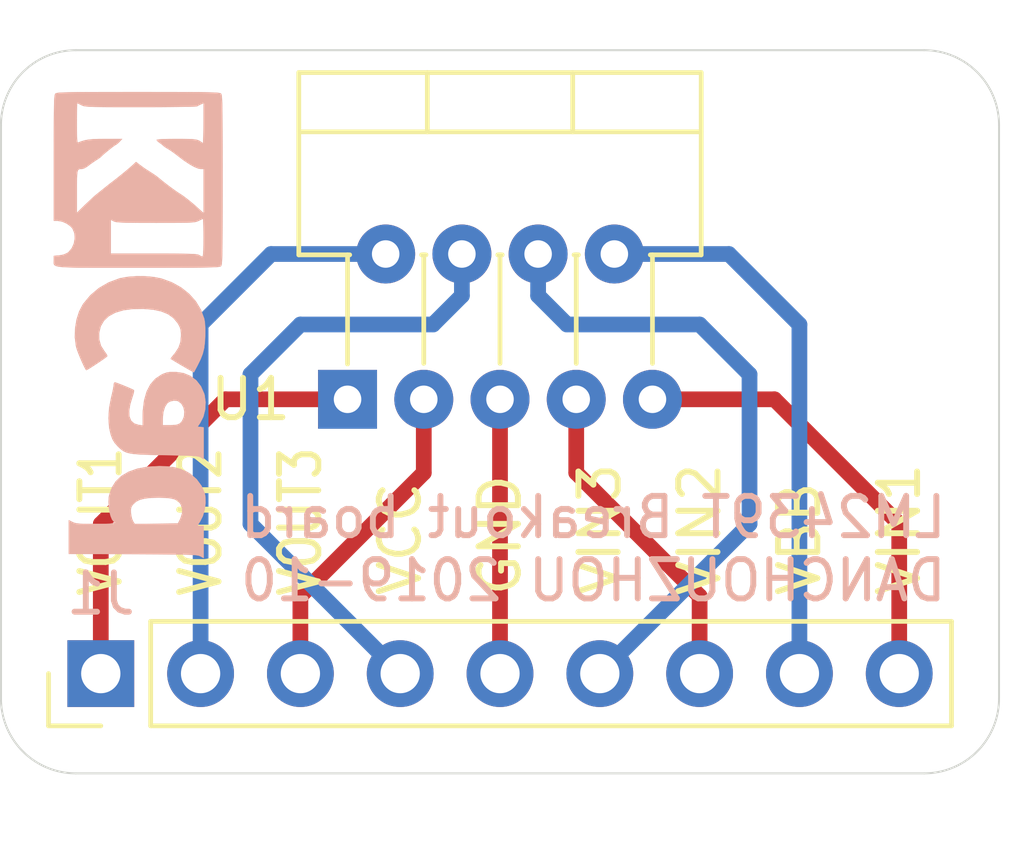
<source format=kicad_pcb>
(kicad_pcb (version 20171130) (host pcbnew "(5.1.2)-1")

  (general
    (thickness 1.6)
    (drawings 18)
    (tracks 31)
    (zones 0)
    (modules 3)
    (nets 10)
  )

  (page A4)
  (layers
    (0 F.Cu signal)
    (31 B.Cu signal)
    (32 B.Adhes user)
    (33 F.Adhes user)
    (34 B.Paste user)
    (35 F.Paste user)
    (36 B.SilkS user)
    (37 F.SilkS user)
    (38 B.Mask user)
    (39 F.Mask user)
    (40 Dwgs.User user)
    (41 Cmts.User user)
    (42 Eco1.User user)
    (43 Eco2.User user)
    (44 Edge.Cuts user)
    (45 Margin user)
    (46 B.CrtYd user)
    (47 F.CrtYd user)
    (48 B.Fab user)
    (49 F.Fab user)
  )

  (setup
    (last_trace_width 0.4)
    (trace_clearance 0.25)
    (zone_clearance 0.508)
    (zone_45_only no)
    (trace_min 0.127)
    (via_size 0.8)
    (via_drill 0.4)
    (via_min_size 0.4)
    (via_min_drill 0.3)
    (uvia_size 0.3)
    (uvia_drill 0.1)
    (uvias_allowed no)
    (uvia_min_size 0.2)
    (uvia_min_drill 0.1)
    (edge_width 0.05)
    (segment_width 0.2)
    (pcb_text_width 0.3)
    (pcb_text_size 1.5 1.5)
    (mod_edge_width 0.12)
    (mod_text_size 1 1)
    (mod_text_width 0.15)
    (pad_size 1.524 1.524)
    (pad_drill 0.762)
    (pad_to_mask_clearance 0.051)
    (solder_mask_min_width 0.25)
    (aux_axis_origin 0 0)
    (visible_elements 7FFFFF7F)
    (pcbplotparams
      (layerselection 0x010fc_ffffffff)
      (usegerberextensions false)
      (usegerberattributes false)
      (usegerberadvancedattributes false)
      (creategerberjobfile false)
      (excludeedgelayer true)
      (linewidth 0.100000)
      (plotframeref false)
      (viasonmask false)
      (mode 1)
      (useauxorigin false)
      (hpglpennumber 1)
      (hpglpenspeed 20)
      (hpglpendiameter 15.000000)
      (psnegative false)
      (psa4output false)
      (plotreference true)
      (plotvalue true)
      (plotinvisibletext false)
      (padsonsilk false)
      (subtractmaskfromsilk false)
      (outputformat 1)
      (mirror false)
      (drillshape 1)
      (scaleselection 1)
      (outputdirectory ""))
  )

  (net 0 "")
  (net 1 "Net-(J1-Pad1)")
  (net 2 "Net-(J1-Pad2)")
  (net 3 "Net-(J1-Pad3)")
  (net 4 "Net-(J1-Pad4)")
  (net 5 "Net-(J1-Pad5)")
  (net 6 "Net-(J1-Pad6)")
  (net 7 "Net-(J1-Pad7)")
  (net 8 "Net-(J1-Pad8)")
  (net 9 "Net-(J1-Pad9)")

  (net_class Default "This is the default net class."
    (clearance 0.25)
    (trace_width 0.4)
    (via_dia 0.8)
    (via_drill 0.4)
    (uvia_dia 0.3)
    (uvia_drill 0.1)
    (add_net "Net-(J1-Pad1)")
    (add_net "Net-(J1-Pad2)")
    (add_net "Net-(J1-Pad3)")
    (add_net "Net-(J1-Pad4)")
    (add_net "Net-(J1-Pad5)")
    (add_net "Net-(J1-Pad6)")
    (add_net "Net-(J1-Pad7)")
    (add_net "Net-(J1-Pad8)")
    (add_net "Net-(J1-Pad9)")
  )

  (module Symbol:Symbol_KiCAD-Logo_CopperAndSilkScreenTop (layer B.Cu) (tedit 0) (tstamp 5DAF0ED7)
    (at 0.762 -8.89 270)
    (descr "Symbol, KiCAD-Logo, Silk & Copper Top,")
    (tags "Symbol, KiCAD-Logo, Silk & Copper Top,")
    (attr virtual)
    (fp_text reference REF** (at 0 0 270) (layer B.SilkS) hide
      (effects (font (size 1.524 1.524) (thickness 0.3)) (justify mirror))
    )
    (fp_text value "KiCAD Logo" (at 0.75 0 270) (layer B.SilkS) hide
      (effects (font (size 1.524 1.524) (thickness 0.3)) (justify mirror))
    )
    (fp_poly (pts (xy 5.847464 -0.05715) (xy 5.849006 -0.387052) (xy 5.850566 -0.669981) (xy 5.852261 -0.909761)
      (xy 5.854208 -1.110219) (xy 5.856523 -1.275181) (xy 5.859322 -1.408472) (xy 5.862724 -1.513918)
      (xy 5.866844 -1.595345) (xy 5.871799 -1.65658) (xy 5.877707 -1.701447) (xy 5.884683 -1.733774)
      (xy 5.892845 -1.757385) (xy 5.899802 -1.77165) (xy 5.944904 -1.8542) (xy 5.1308 -1.8542)
      (xy 5.1308 -1.778) (xy 5.127441 -1.724452) (xy 5.119351 -1.701804) (xy 5.119227 -1.7018)
      (xy 5.093109 -1.714784) (xy 5.040726 -1.747537) (xy 5.013903 -1.765421) (xy 4.881603 -1.832647)
      (xy 4.721937 -1.879589) (xy 4.553022 -1.903338) (xy 4.392977 -1.900984) (xy 4.2926 -1.881247)
      (xy 4.108538 -1.799939) (xy 3.94341 -1.6782) (xy 3.808517 -1.52551) (xy 3.747155 -1.423694)
      (xy 3.679731 -1.266029) (xy 3.635855 -1.099951) (xy 3.612714 -0.911403) (xy 3.607241 -0.724913)
      (xy 3.608002 -0.7112) (xy 4.408136 -0.7112) (xy 4.412634 -0.886895) (xy 4.426249 -1.020414)
      (xy 4.451477 -1.119949) (xy 4.490812 -1.193691) (xy 4.546751 -1.249831) (xy 4.579016 -1.27217)
      (xy 4.685421 -1.310164) (xy 4.811144 -1.307176) (xy 4.946203 -1.263728) (xy 4.970499 -1.251773)
      (xy 5.0673 -1.201557) (xy 5.074142 -0.652487) (xy 5.080985 -0.103416) (xy 5.013891 -0.059454)
      (xy 4.95036 -0.032707) (xy 4.860668 -0.012044) (xy 4.802633 -0.005065) (xy 4.714255 -0.00197)
      (xy 4.655291 -0.012095) (xy 4.604985 -0.040683) (xy 4.578927 -0.061568) (xy 4.511583 -0.135167)
      (xy 4.462664 -0.230737) (xy 4.430341 -0.355234) (xy 4.412787 -0.515611) (xy 4.408136 -0.7112)
      (xy 3.608002 -0.7112) (xy 3.623675 -0.428965) (xy 3.671542 -0.169134) (xy 3.750171 0.053491)
      (xy 3.858889 0.23782) (xy 3.997025 0.382763) (xy 4.163906 0.487232) (xy 4.35886 0.550136)
      (xy 4.39817 0.557165) (xy 4.513703 0.565425) (xy 4.641063 0.558571) (xy 4.767661 0.539148)
      (xy 4.880912 0.509701) (xy 4.968228 0.472775) (xy 5.016262 0.432185) (xy 5.037127 0.407718)
      (xy 5.05317 0.412808) (xy 5.064925 0.451343) (xy 5.072924 0.527212) (xy 5.077702 0.644299)
      (xy 5.079793 0.806494) (xy 5.08 0.89633) (xy 5.079477 1.070427) (xy 5.077469 1.201783)
      (xy 5.073311 1.29845) (xy 5.066343 1.368481) (xy 5.055901 1.419927) (xy 5.041322 1.460842)
      (xy 5.031938 1.48053) (xy 4.983876 1.5748) (xy 5.840228 1.5748) (xy 5.847464 -0.05715)) (layer B.SilkS) (width 0.01))
    (fp_poly (pts (xy 2.62762 0.547641) (xy 2.803576 0.507736) (xy 2.922513 0.463105) (xy 3.015098 0.407222)
      (xy 3.097779 0.33364) (xy 3.150917 0.278812) (xy 3.194396 0.227171) (xy 3.229291 0.173008)
      (xy 3.256676 0.110613) (xy 3.277624 0.034277) (xy 3.293209 -0.06171) (xy 3.304504 -0.183058)
      (xy 3.312585 -0.335475) (xy 3.318523 -0.52467) (xy 3.323394 -0.756355) (xy 3.325549 -0.877477)
      (xy 3.329807 -1.109434) (xy 3.33393 -1.296051) (xy 3.338276 -1.442785) (xy 3.343203 -1.555095)
      (xy 3.349068 -1.638437) (xy 3.356231 -1.698269) (xy 3.365049 -1.740049) (xy 3.37588 -1.769234)
      (xy 3.385135 -1.785527) (xy 3.430171 -1.8542) (xy 2.619418 -1.8542) (xy 2.6035 -1.700698)
      (xy 2.504102 -1.768483) (xy 2.347946 -1.847254) (xy 2.167092 -1.893178) (xy 1.977295 -1.904137)
      (xy 1.794309 -1.878011) (xy 1.760834 -1.868436) (xy 1.574429 -1.786112) (xy 1.42352 -1.668585)
      (xy 1.310652 -1.519321) (xy 1.238375 -1.341786) (xy 1.209235 -1.139443) (xy 1.208788 -1.1176)
      (xy 1.209452 -1.088545) (xy 1.937707 -1.088545) (xy 1.941963 -1.177884) (xy 1.95209 -1.208502)
      (xy 2.014779 -1.289089) (xy 2.109723 -1.343481) (xy 2.223327 -1.367352) (xy 2.341996 -1.356378)
      (xy 2.379596 -1.344508) (xy 2.466783 -1.302968) (xy 2.522424 -1.250366) (xy 2.552894 -1.17528)
      (xy 2.564566 -1.066289) (xy 2.5654 -1.011572) (xy 2.5654 -0.8128) (xy 2.399484 -0.8128)
      (xy 2.235747 -0.827824) (xy 2.097128 -0.870733) (xy 2.001676 -0.931555) (xy 1.959069 -0.998298)
      (xy 1.937707 -1.088545) (xy 1.209452 -1.088545) (xy 1.211403 -1.003273) (xy 1.225051 -0.915974)
      (xy 1.25455 -0.832311) (xy 1.277882 -0.782215) (xy 1.382223 -0.625636) (xy 1.526604 -0.499758)
      (xy 1.710369 -0.404878) (xy 1.932862 -0.341291) (xy 2.193426 -0.309295) (xy 2.333794 -0.305241)
      (xy 2.572088 -0.3048) (xy 2.558196 -0.201228) (xy 2.522262 -0.08796) (xy 2.450344 -0.009507)
      (xy 2.343724 0.033837) (xy 2.203687 0.041777) (xy 2.031516 0.01402) (xy 1.854509 -0.040144)
      (xy 1.770051 -0.067413) (xy 1.705058 -0.082373) (xy 1.673195 -0.081908) (xy 1.672862 -0.081589)
      (xy 1.655276 -0.049872) (xy 1.62518 0.016088) (xy 1.587902 0.103255) (xy 1.548773 0.198596)
      (xy 1.513122 0.289075) (xy 1.48628 0.36166) (xy 1.473575 0.403315) (xy 1.4732 0.406698)
      (xy 1.49499 0.425383) (xy 1.538447 0.4318) (xy 1.590031 0.437963) (xy 1.67685 0.454576)
      (xy 1.785103 0.478825) (xy 1.862297 0.497827) (xy 2.128096 0.54864) (xy 2.386776 0.565282)
      (xy 2.62762 0.547641)) (layer B.SilkS) (width 0.01))
    (fp_poly (pts (xy 0.544676 1.393659) (xy 0.585911 1.383857) (xy 0.656879 1.361171) (xy 0.752173 1.325037)
      (xy 0.859521 1.280813) (xy 0.966653 1.233853) (xy 1.061298 1.189513) (xy 1.131185 1.153149)
      (xy 1.162064 1.132402) (xy 1.152374 1.109418) (xy 1.120036 1.054492) (xy 1.071464 0.977349)
      (xy 1.013074 0.887712) (xy 0.951281 0.795305) (xy 0.892502 0.709849) (xy 0.843152 0.64107)
      (xy 0.810677 0.599841) (xy 0.782236 0.602376) (xy 0.730081 0.632665) (xy 0.686407 0.666688)
      (xy 0.541298 0.758774) (xy 0.376487 0.804441) (xy 0.218098 0.805716) (xy 0.047398 0.765098)
      (xy -0.096741 0.681873) (xy -0.213755 0.557075) (xy -0.303081 0.39174) (xy -0.364157 0.186903)
      (xy -0.396419 -0.056401) (xy -0.399574 -0.3302) (xy -0.378133 -0.577826) (xy -0.333016 -0.783741)
      (xy -0.26237 -0.952105) (xy -0.164343 -1.08708) (xy -0.037083 -1.192826) (xy -0.007421 -1.211151)
      (xy 0.069773 -1.251415) (xy 0.141238 -1.272876) (xy 0.229027 -1.280676) (xy 0.2921 -1.281009)
      (xy 0.451817 -1.265354) (xy 0.590547 -1.217392) (xy 0.724625 -1.130613) (xy 0.774846 -1.088663)
      (xy 0.829092 -1.044162) (xy 0.865414 -1.020225) (xy 0.873055 -1.018969) (xy 0.895216 -1.052288)
      (xy 0.934498 -1.116333) (xy 0.98523 -1.201348) (xy 1.041743 -1.297575) (xy 1.098366 -1.395257)
      (xy 1.149431 -1.484636) (xy 1.189265 -1.555956) (xy 1.212201 -1.59946) (xy 1.215453 -1.60818)
      (xy 1.190218 -1.621554) (xy 1.132344 -1.652253) (xy 1.054062 -1.693786) (xy 1.049457 -1.69623)
      (xy 0.887147 -1.776612) (xy 0.744212 -1.831928) (xy 0.602272 -1.866986) (xy 0.442947 -1.886593)
      (xy 0.2921 -1.89434) (xy 0.099285 -1.895569) (xy -0.05275 -1.886113) (xy -0.143564 -1.870565)
      (xy -0.375799 -1.785718) (xy -0.588841 -1.656718) (xy -0.778634 -1.487906) (xy -0.941122 -1.283623)
      (xy -1.072248 -1.048209) (xy -1.167956 -0.786005) (xy -1.172452 -0.769632) (xy -1.20875 -0.583026)
      (xy -1.227655 -0.36892) (xy -1.229177 -0.145257) (xy -1.213331 0.070018) (xy -1.180128 0.25896)
      (xy -1.171703 0.290956) (xy -1.069939 0.564565) (xy -0.927268 0.810532) (xy -0.746196 1.025347)
      (xy -0.52923 1.205505) (xy -0.508 1.219918) (xy -0.330356 1.312496) (xy -0.122302 1.378252)
      (xy 0.102198 1.415093) (xy 0.329178 1.420927) (xy 0.544676 1.393659)) (layer B.SilkS) (width 0.01))
    (fp_poly (pts (xy -2.044059 2.27404) (xy -1.926455 2.207605) (xy -1.832977 2.104955) (xy -1.789188 2.018876)
      (xy -1.758578 1.880386) (xy -1.767679 1.742409) (xy -1.815027 1.620916) (xy -1.827412 1.60215)
      (xy -1.917851 1.514592) (xy -2.036729 1.454447) (xy -2.169667 1.424582) (xy -2.302287 1.427866)
      (xy -2.42021 1.467168) (xy -2.440994 1.479756) (xy -2.523263 1.558606) (xy -2.591086 1.66723)
      (xy -2.633253 1.784705) (xy -2.6416 1.854201) (xy -2.622326 1.963425) (xy -2.57181 2.07789)
      (xy -2.501018 2.176842) (xy -2.445358 2.225705) (xy -2.313139 2.286124) (xy -2.176163 2.301224)
      (xy -2.044059 2.27404)) (layer B.Mask) (width 0.01))
    (fp_poly (pts (xy -1.8034 -0.592045) (xy -1.803179 -0.863528) (xy -1.802417 -1.088618) (xy -1.800974 -1.271721)
      (xy -1.798706 -1.41724) (xy -1.795469 -1.529583) (xy -1.791122 -1.613155) (xy -1.78552 -1.672359)
      (xy -1.778522 -1.711603) (xy -1.769984 -1.735292) (xy -1.766108 -1.741395) (xy -1.739822 -1.778943)
      (xy -1.729109 -1.807085) (xy -1.73929 -1.827174) (xy -1.775688 -1.840563) (xy -1.843624 -1.848605)
      (xy -1.948422 -1.852653) (xy -2.095402 -1.85406) (xy -2.2098 -1.8542) (xy -2.360082 -1.853515)
      (xy -2.491273 -1.851608) (xy -2.595573 -1.848702) (xy -2.665181 -1.845017) (xy -2.692295 -1.840776)
      (xy -2.6924 -1.840488) (xy -2.681845 -1.811454) (xy -2.655274 -1.754509) (xy -2.6416 -1.7272)
      (xy -2.628734 -1.69976) (xy -2.618241 -1.669394) (xy -2.60988 -1.63092) (xy -2.603409 -1.579155)
      (xy -2.598589 -1.508918) (xy -2.595178 -1.415027) (xy -2.592935 -1.292301) (xy -2.591619 -1.135559)
      (xy -2.59099 -0.939617) (xy -2.590805 -0.699296) (xy -2.5908 -0.63475) (xy -2.591053 -0.377269)
      (xy -2.591929 -0.165749) (xy -2.593604 0.004649) (xy -2.596252 0.138762) (xy -2.60005 0.241429)
      (xy -2.605173 0.317487) (xy -2.611797 0.371774) (xy -2.620097 0.409128) (xy -2.629553 0.433062)
      (xy -2.668305 0.508) (xy -1.8034 0.508) (xy -1.8034 -0.592045)) (layer B.Mask) (width 0.01))
    (fp_poly (pts (xy -3.386253 1.3716) (xy -2.840941 1.3716) (xy -3.039721 1.170213) (xy -3.369429 0.807309)
      (xy -3.583849 0.533185) (xy -3.662297 0.4296) (xy -3.756856 0.309471) (xy -3.85695 0.185798)
      (xy -3.952002 0.071581) (xy -4.031434 -0.020181) (xy -4.056532 -0.04776) (xy -4.137964 -0.135212)
      (xy -4.068006 -0.226356) (xy -3.932564 -0.415604) (xy -3.845022 -0.55505) (xy -3.790152 -0.637286)
      (xy -3.728876 -0.716612) (xy -3.723727 -0.722607) (xy -3.654778 -0.805581) (xy -3.574253 -0.908137)
      (xy -3.491058 -1.018288) (xy -3.414098 -1.124047) (xy -3.352281 -1.213425) (xy -3.316624 -1.270547)
      (xy -3.281543 -1.323596) (xy -3.223014 -1.402062) (xy -3.15118 -1.493252) (xy -3.076185 -1.584472)
      (xy -3.008172 -1.663032) (xy -2.9718 -1.70202) (xy -2.947911 -1.728081) (xy -2.905637 -1.775406)
      (xy -2.897523 -1.78457) (xy -2.835945 -1.8542) (xy -3.9624 -1.8542) (xy -3.9624 -1.775923)
      (xy -3.979163 -1.699395) (xy -4.026393 -1.594149) (xy -4.099507 -1.468239) (xy -4.193919 -1.329716)
      (xy -4.281458 -1.215533) (xy -4.352732 -1.123313) (xy -4.418053 -1.032269) (xy -4.465223 -0.959535)
      (xy -4.471329 -0.948833) (xy -4.511371 -0.882434) (xy -4.546658 -0.834284) (xy -4.555301 -0.8255)
      (xy -4.589862 -0.786816) (xy -4.630085 -0.73025) (xy -4.667774 -0.682093) (xy -4.698285 -0.660487)
      (xy -4.699586 -0.6604) (xy -4.708462 -0.685091) (xy -4.715582 -0.756381) (xy -4.720736 -0.870092)
      (xy -4.723717 -1.022044) (xy -4.7244 -1.156961) (xy -4.723716 -1.336263) (xy -4.721305 -1.47227)
      (xy -4.716625 -1.572475) (xy -4.709137 -1.644369) (xy -4.698302 -1.695443) (xy -4.683579 -1.733188)
      (xy -4.682756 -1.734811) (xy -4.647283 -1.794491) (xy -4.615777 -1.832618) (xy -4.612906 -1.834761)
      (xy -4.628403 -1.840323) (xy -4.687753 -1.845262) (xy -4.784014 -1.849312) (xy -4.910241 -1.852207)
      (xy -5.059489 -1.853682) (xy -5.111206 -1.853811) (xy -5.637711 -1.8542) (xy -5.608032 -1.78435)
      (xy -5.579859 -1.725758) (xy -5.557776 -1.69037) (xy -5.553943 -1.661142) (xy -5.550343 -1.585781)
      (xy -5.547041 -1.468951) (xy -5.544104 -1.315317) (xy -5.541601 -1.129546) (xy -5.539596 -0.916302)
      (xy -5.538158 -0.680251) (xy -5.537353 -0.426059) (xy -5.537201 -0.25429) (xy -5.537259 0.049689)
      (xy -5.53753 0.307088) (xy -5.538154 0.522126) (xy -5.539274 0.699022) (xy -5.541031 0.841996)
      (xy -5.543567 0.955267) (xy -5.547024 1.043055) (xy -5.551543 1.109579) (xy -5.557267 1.159059)
      (xy -5.564338 1.195714) (xy -5.572896 1.223763) (xy -5.583084 1.247426) (xy -5.588001 1.257301)
      (xy -5.618756 1.319131) (xy -5.63681 1.35834) (xy -5.638801 1.364271) (xy -5.614665 1.366493)
      (xy -5.547312 1.368444) (xy -5.444328 1.370016) (xy -5.313294 1.371099) (xy -5.161795 1.371585)
      (xy -5.128083 1.3716) (xy -4.95494 1.371336) (xy -4.826371 1.370169) (xy -4.736154 1.367536)
      (xy -4.678063 1.362877) (xy -4.645876 1.355628) (xy -4.633368 1.345228) (xy -4.634314 1.331115)
      (xy -4.635836 1.32715) (xy -4.669195 1.238327) (xy -4.693261 1.149819) (xy -4.70942 1.050859)
      (xy -4.719058 0.930679) (xy -4.72356 0.778512) (xy -4.7244 0.638912) (xy -4.724401 0.219096)
      (xy -4.648201 0.2921) (xy -4.600587 0.342443) (xy -4.574006 0.379722) (xy -4.572 0.386517)
      (xy -4.556863 0.41245) (xy -4.517372 0.465872) (xy -4.462412 0.535855) (xy -4.400868 0.611471)
      (xy -4.341623 0.681791) (xy -4.293561 0.735886) (xy -4.266761 0.762) (xy -4.244439 0.789266)
      (xy -4.206064 0.84537) (xy -4.178198 0.889) (xy -4.119995 0.976702) (xy -4.057049 1.063302)
      (xy -4.034701 1.091638) (xy -3.989987 1.158264) (xy -3.964592 1.219357) (xy -3.9624 1.23561)
      (xy -3.961878 1.279323) (xy -3.956209 1.312498) (xy -3.939238 1.336588) (xy -3.904811 1.353045)
      (xy -3.846774 1.363323) (xy -3.758972 1.368873) (xy -3.63525 1.371149) (xy -3.469455 1.371604)
      (xy -3.386253 1.3716)) (layer B.Mask) (width 0.01))
    (fp_poly (pts (xy -1.548637 1.957301) (xy -1.526845 1.950024) (xy -1.508414 1.93358) (xy -1.493065 1.904803)
      (xy -1.480519 1.860526) (xy -1.470495 1.797582) (xy -1.462717 1.712806) (xy -1.456904 1.603029)
      (xy -1.452777 1.465086) (xy -1.450057 1.295809) (xy -1.448465 1.092032) (xy -1.447723 0.850589)
      (xy -1.44755 0.568313) (xy -1.447668 0.242036) (xy -1.447797 -0.131407) (xy -1.4478 -0.1905)
      (xy -1.447878 -0.565884) (xy -1.448151 -0.893711) (xy -1.448682 -1.177221) (xy -1.449531 -1.419658)
      (xy -1.45076 -1.624261) (xy -1.452431 -1.794274) (xy -1.454605 -1.932939) (xy -1.457343 -2.043496)
      (xy -1.460708 -2.129188) (xy -1.464759 -2.193257) (xy -1.469559 -2.238944) (xy -1.475169 -2.269492)
      (xy -1.481651 -2.288141) (xy -1.487715 -2.296885) (xy -1.498791 -2.303992) (xy -1.518999 -2.310213)
      (xy -1.55151 -2.315606) (xy -1.599497 -2.320229) (xy -1.666133 -2.32414) (xy -1.75459 -2.327396)
      (xy -1.86804 -2.330056) (xy -2.009656 -2.332175) (xy -2.18261 -2.333813) (xy -2.390076 -2.335028)
      (xy -2.635224 -2.335876) (xy -2.921229 -2.336415) (xy -3.251261 -2.336703) (xy -3.628495 -2.336798)
      (xy -3.683001 -2.3368) (xy -4.066824 -2.336726) (xy -4.40302 -2.336467) (xy -4.694761 -2.335965)
      (xy -4.945219 -2.335162) (xy -5.157568 -2.334) (xy -5.334979 -2.332422) (xy -5.480625 -2.330371)
      (xy -5.597678 -2.327787) (xy -5.689312 -2.324615) (xy -5.758697 -2.320795) (xy -5.809008 -2.316271)
      (xy -5.843416 -2.310985) (xy -5.865093 -2.304879) (xy -5.877213 -2.297895) (xy -5.878286 -2.296885)
      (xy -5.885535 -2.285627) (xy -5.891862 -2.265152) (xy -5.897328 -2.232219) (xy -5.901994 -2.183586)
      (xy -5.905922 -2.116011) (xy -5.909174 -2.026252) (xy -5.91181 -1.911068) (xy -5.913893 -1.767217)
      (xy -5.915483 -1.591456) (xy -5.916642 -1.380544) (xy -5.917432 -1.131239) (xy -5.917914 -0.8403)
      (xy -5.918149 -0.504484) (xy -5.9182 -0.1905) (xy -5.918123 0.184885) (xy -5.91785 0.512712)
      (xy -5.917319 0.796222) (xy -5.91647 1.038659) (xy -5.915241 1.243262) (xy -5.914052 1.364271)
      (xy -5.638801 1.364271) (xy -5.628363 1.339362) (xy -5.602056 1.285156) (xy -5.588001 1.257301)
      (xy -5.577068 1.234226) (xy -5.567826 1.20858) (xy -5.560133 1.176141) (xy -5.553848 1.132692)
      (xy -5.548828 1.074012) (xy -5.544932 0.995883) (xy -5.542017 0.894083) (xy -5.539943 0.764395)
      (xy -5.538566 0.602599) (xy -5.537746 0.404475) (xy -5.537341 0.165803) (xy -5.537209 -0.117635)
      (xy -5.537201 -0.25429) (xy -5.537561 -0.517726) (xy -5.538598 -0.766037) (xy -5.540244 -0.994556)
      (xy -5.542432 -1.198618) (xy -5.545097 -1.373558) (xy -5.54817 -1.514711) (xy -5.551585 -1.61741)
      (xy -5.555276 -1.676991) (xy -5.557776 -1.69037) (xy -5.5822 -1.730136) (xy -5.608032 -1.78435)
      (xy -5.637711 -1.8542) (xy -5.111206 -1.853811) (xy -4.956033 -1.852849) (xy -4.82165 -1.850381)
      (xy -4.715001 -1.846674) (xy -4.64303 -1.841992) (xy -4.612681 -1.8366) (xy -4.612906 -1.834761)
      (xy -4.642855 -1.800826) (xy -4.678668 -1.742626) (xy -4.682756 -1.734811) (xy -4.697682 -1.697521)
      (xy -4.708693 -1.647267) (xy -4.716331 -1.576556) (xy -4.721134 -1.477898) (xy -4.723644 -1.3438)
      (xy -4.724399 -1.166772) (xy -4.7244 -1.156961) (xy -4.723167 -0.979347) (xy -4.719604 -0.836876)
      (xy -4.713922 -0.733727) (xy -4.706328 -0.674078) (xy -4.699586 -0.6604) (xy -4.670086 -0.67977)
      (xy -4.632359 -0.726744) (xy -4.630085 -0.73025) (xy -4.589507 -0.787268) (xy -4.555301 -0.8255)
      (xy -4.524853 -0.862632) (xy -4.484917 -0.924966) (xy -4.471329 -0.948833) (xy -4.42918 -1.01593)
      (xy -4.366473 -1.10472) (xy -4.295408 -1.198064) (xy -4.281458 -1.215533) (xy -4.173339 -1.358344)
      (xy -4.082862 -1.494967) (xy -4.014611 -1.617349) (xy -3.973169 -1.71744) (xy -3.9624 -1.775923)
      (xy -3.9624 -1.8542) (xy -2.835945 -1.8542) (xy -2.848071 -1.840488) (xy -2.6924 -1.840488)
      (xy -2.668301 -1.844757) (xy -2.601204 -1.848485) (xy -2.498911 -1.851448) (xy -2.369222 -1.853426)
      (xy -2.219939 -1.854196) (xy -2.2098 -1.8542) (xy -2.033033 -1.853408) (xy -1.901899 -1.850806)
      (xy -1.811253 -1.846056) (xy -1.75595 -1.838818) (xy -1.730844 -1.828752) (xy -1.728008 -1.82245)
      (xy -1.742962 -1.778554) (xy -1.766108 -1.741395) (xy -1.775302 -1.722692) (xy -1.782898 -1.690195)
      (xy -1.789041 -1.639498) (xy -1.793873 -1.566196) (xy -1.797536 -1.465883) (xy -1.800174 -1.334154)
      (xy -1.80193 -1.166604) (xy -1.802947 -0.958827) (xy -1.803367 -0.706418) (xy -1.8034 -0.592045)
      (xy -1.8034 0.508) (xy -2.668305 0.508) (xy -2.629553 0.433062) (xy -2.619522 0.407185)
      (xy -2.611333 0.368908) (xy -2.604808 0.313393) (xy -2.599774 0.235803) (xy -2.596053 0.1313)
      (xy -2.593471 -0.004954) (xy -2.591852 -0.177797) (xy -2.591021 -0.392067) (xy -2.5908 -0.63475)
      (xy -2.590914 -0.88644) (xy -2.591415 -1.092511) (xy -2.592545 -1.258147) (xy -2.594545 -1.388527)
      (xy -2.597655 -1.488835) (xy -2.602117 -1.564251) (xy -2.608171 -1.619957) (xy -2.616059 -1.661135)
      (xy -2.626021 -1.692967) (xy -2.638299 -1.720635) (xy -2.6416 -1.7272) (xy -2.67251 -1.790636)
      (xy -2.69052 -1.83311) (xy -2.6924 -1.840488) (xy -2.848071 -1.840488) (xy -2.897523 -1.78457)
      (xy -2.941445 -1.735266) (xy -2.969627 -1.70429) (xy -2.9718 -1.70202) (xy -3.029555 -1.638905)
      (xy -3.101037 -1.554689) (xy -3.176103 -1.462065) (xy -3.244609 -1.373725) (xy -3.296412 -1.302361)
      (xy -3.316624 -1.270547) (xy -3.356845 -1.206584) (xy -3.420338 -1.115299) (xy -3.498196 -1.00868)
      (xy -3.581513 -0.898715) (xy -3.661383 -0.79739) (xy -3.723727 -0.722607) (xy -3.784171 -0.645548)
      (xy -3.840841 -0.561943) (xy -3.845022 -0.55505) (xy -3.972363 -0.356936) (xy -4.068006 -0.226356)
      (xy -4.137964 -0.135212) (xy -4.056532 -0.04776) (xy -3.98634 0.031339) (xy -3.896285 0.138108)
      (xy -3.796943 0.259549) (xy -3.698893 0.382661) (xy -3.612711 0.494445) (xy -3.583849 0.533185)
      (xy -3.279059 0.913108) (xy -3.039721 1.170213) (xy -2.840941 1.3716) (xy -3.386253 1.3716)
      (xy -3.57145 1.371477) (xy -3.712002 1.370139) (xy -3.814063 1.366133) (xy -3.883788 1.358007)
      (xy -3.927331 1.344309) (xy -3.950847 1.323584) (xy -3.960489 1.294382) (xy -3.962414 1.255249)
      (xy -3.9624 1.23561) (xy -3.977988 1.182158) (xy -4.017059 1.114879) (xy -4.034701 1.091638)
      (xy -4.093348 1.014332) (xy -4.15611 0.923414) (xy -4.178198 0.889) (xy -4.221448 0.822236)
      (xy -4.255088 0.775069) (xy -4.266761 0.762) (xy -4.296555 0.732661) (xy -4.345755 0.676982)
      (xy -4.405478 0.605892) (xy -4.466838 0.530319) (xy -4.520953 0.461192) (xy -4.558937 0.409439)
      (xy -4.572 0.386517) (xy -4.588818 0.357026) (xy -4.630854 0.309283) (xy -4.648201 0.2921)
      (xy -4.724401 0.219096) (xy -4.7244 0.638912) (xy -4.722807 0.821698) (xy -4.717105 0.964524)
      (xy -4.705907 1.07816) (xy -4.687828 1.173371) (xy -4.661482 1.260925) (xy -4.635836 1.32715)
      (xy -4.632606 1.342229) (xy -4.641351 1.353462) (xy -4.668295 1.361409) (xy -4.719662 1.366633)
      (xy -4.801676 1.369697) (xy -4.920561 1.371162) (xy -5.08254 1.37159) (xy -5.128083 1.3716)
      (xy -5.282917 1.371254) (xy -5.418878 1.370288) (xy -5.528383 1.36881) (xy -5.603849 1.366929)
      (xy -5.637692 1.364755) (xy -5.638801 1.364271) (xy -5.914052 1.364271) (xy -5.91357 1.413275)
      (xy -5.911396 1.55194) (xy -5.908658 1.662497) (xy -5.905293 1.748189) (xy -5.901242 1.812258)
      (xy -5.896442 1.857945) (xy -5.890832 1.888493) (xy -5.88435 1.907142) (xy -5.878286 1.915886)
      (xy -5.865822 1.924066) (xy -5.843563 1.931062) (xy -5.807809 1.936966) (xy -5.754859 1.941867)
      (xy -5.681012 1.945856) (xy -5.582569 1.949022) (xy -5.455827 1.951456) (xy -5.297087 1.953248)
      (xy -5.102647 1.954489) (xy -4.868807 1.955267) (xy -4.591865 1.955674) (xy -4.268122 1.9558)
      (xy -2.6416 1.9558) (xy -2.6416 1.859582) (xy -2.621521 1.743665) (xy -2.568475 1.625)
      (xy -2.493246 1.524009) (xy -2.440994 1.479756) (xy -2.327454 1.43263) (xy -2.1965 1.422364)
      (xy -2.062372 1.446082) (xy -1.93931 1.500911) (xy -1.841552 1.583977) (xy -1.8262 1.603853)
      (xy -1.779194 1.704572) (xy -1.757561 1.820123) (xy -1.74631 1.955801) (xy -1.63697 1.9558)
      (xy -1.60342 1.957023) (xy -1.574069 1.958579) (xy -1.548637 1.957301)) (layer B.SilkS) (width 0.01))
  )

  (module Connector_PinHeader_2.54mm:PinHeader_1x09_P2.54mm_Vertical (layer F.Cu) (tedit 59FED5CC) (tstamp 5DAEA8B8)
    (at 0 0 90)
    (descr "Through hole straight pin header, 1x09, 2.54mm pitch, single row")
    (tags "Through hole pin header THT 1x09 2.54mm single row")
    (path /5DAEA737)
    (fp_text reference J1 (at 2.032 0 180) (layer B.SilkS)
      (effects (font (size 1 1) (thickness 0.15)) (justify mirror))
    )
    (fp_text value Conn_01x09 (at 0 22.65 90) (layer F.Fab)
      (effects (font (size 1 1) (thickness 0.15)))
    )
    (fp_line (start -0.635 -1.27) (end 1.27 -1.27) (layer F.Fab) (width 0.1))
    (fp_line (start 1.27 -1.27) (end 1.27 21.59) (layer F.Fab) (width 0.1))
    (fp_line (start 1.27 21.59) (end -1.27 21.59) (layer F.Fab) (width 0.1))
    (fp_line (start -1.27 21.59) (end -1.27 -0.635) (layer F.Fab) (width 0.1))
    (fp_line (start -1.27 -0.635) (end -0.635 -1.27) (layer F.Fab) (width 0.1))
    (fp_line (start -1.33 21.65) (end 1.33 21.65) (layer F.SilkS) (width 0.12))
    (fp_line (start -1.33 1.27) (end -1.33 21.65) (layer F.SilkS) (width 0.12))
    (fp_line (start 1.33 1.27) (end 1.33 21.65) (layer F.SilkS) (width 0.12))
    (fp_line (start -1.33 1.27) (end 1.33 1.27) (layer F.SilkS) (width 0.12))
    (fp_line (start -1.33 0) (end -1.33 -1.33) (layer F.SilkS) (width 0.12))
    (fp_line (start -1.33 -1.33) (end 0 -1.33) (layer F.SilkS) (width 0.12))
    (fp_line (start -1.8 -1.8) (end -1.8 22.1) (layer F.CrtYd) (width 0.05))
    (fp_line (start -1.8 22.1) (end 1.8 22.1) (layer F.CrtYd) (width 0.05))
    (fp_line (start 1.8 22.1) (end 1.8 -1.8) (layer F.CrtYd) (width 0.05))
    (fp_line (start 1.8 -1.8) (end -1.8 -1.8) (layer F.CrtYd) (width 0.05))
    (fp_text user %R (at 0 10.16) (layer F.Fab)
      (effects (font (size 1 1) (thickness 0.15)))
    )
    (pad 1 thru_hole rect (at 0 0 90) (size 1.7 1.7) (drill 1) (layers *.Cu *.Mask)
      (net 1 "Net-(J1-Pad1)"))
    (pad 2 thru_hole oval (at 0 2.54 90) (size 1.7 1.7) (drill 1) (layers *.Cu *.Mask)
      (net 2 "Net-(J1-Pad2)"))
    (pad 3 thru_hole oval (at 0 5.08 90) (size 1.7 1.7) (drill 1) (layers *.Cu *.Mask)
      (net 3 "Net-(J1-Pad3)"))
    (pad 4 thru_hole oval (at 0 7.62 90) (size 1.7 1.7) (drill 1) (layers *.Cu *.Mask)
      (net 4 "Net-(J1-Pad4)"))
    (pad 5 thru_hole oval (at 0 10.16 90) (size 1.7 1.7) (drill 1) (layers *.Cu *.Mask)
      (net 5 "Net-(J1-Pad5)"))
    (pad 6 thru_hole oval (at 0 12.7 90) (size 1.7 1.7) (drill 1) (layers *.Cu *.Mask)
      (net 6 "Net-(J1-Pad6)"))
    (pad 7 thru_hole oval (at 0 15.24 90) (size 1.7 1.7) (drill 1) (layers *.Cu *.Mask)
      (net 7 "Net-(J1-Pad7)"))
    (pad 8 thru_hole oval (at 0 17.78 90) (size 1.7 1.7) (drill 1) (layers *.Cu *.Mask)
      (net 8 "Net-(J1-Pad8)"))
    (pad 9 thru_hole oval (at 0 20.32 90) (size 1.7 1.7) (drill 1) (layers *.Cu *.Mask)
      (net 9 "Net-(J1-Pad9)"))
    (model ${KISYS3DMOD}/Connector_PinHeader_2.54mm.3dshapes/PinHeader_1x09_P2.54mm_Vertical.wrl
      (at (xyz 0 0 0))
      (scale (xyz 1 1 1))
      (rotate (xyz 0 0 0))
    )
  )

  (module Package_TO_SOT_THT:TO-220-9_P1.94x3.7mm_StaggerOdd_Lead3.8mm_Vertical (layer F.Cu) (tedit 5AF05A31) (tstamp 5DAEA8EA)
    (at 6.28 -6.985)
    (descr "TO-220-9, Vertical, RM 0.97mm, Multiwatt-9, staggered type-1")
    (tags "TO-220-9 Vertical RM 0.97mm Multiwatt-9 staggered type-1")
    (path /5DAEAD42)
    (fp_text reference U1 (at -2.47 0) (layer F.SilkS)
      (effects (font (size 1 1) (thickness 0.15)))
    )
    (fp_text value LM2439T (at 3.88 2) (layer F.Fab)
      (effects (font (size 1 1) (thickness 0.15)))
    )
    (fp_line (start -1.12 -8.2) (end -1.12 -3.8) (layer F.Fab) (width 0.1))
    (fp_line (start -1.12 -3.8) (end 8.88 -3.8) (layer F.Fab) (width 0.1))
    (fp_line (start 8.88 -3.8) (end 8.88 -8.2) (layer F.Fab) (width 0.1))
    (fp_line (start 8.88 -8.2) (end -1.12 -8.2) (layer F.Fab) (width 0.1))
    (fp_line (start -1.12 -6.93) (end 8.88 -6.93) (layer F.Fab) (width 0.1))
    (fp_line (start 2.03 -8.2) (end 2.03 -6.93) (layer F.Fab) (width 0.1))
    (fp_line (start 5.73 -8.2) (end 5.73 -6.93) (layer F.Fab) (width 0.1))
    (fp_line (start 0 -3.8) (end 0 0) (layer F.Fab) (width 0.1))
    (fp_line (start 0.97 -3.8) (end 0.97 -3.7) (layer F.Fab) (width 0.1))
    (fp_line (start 1.94 -3.8) (end 1.94 0) (layer F.Fab) (width 0.1))
    (fp_line (start 2.91 -3.8) (end 2.91 -3.7) (layer F.Fab) (width 0.1))
    (fp_line (start 3.88 -3.8) (end 3.88 0) (layer F.Fab) (width 0.1))
    (fp_line (start 4.85 -3.8) (end 4.85 -3.7) (layer F.Fab) (width 0.1))
    (fp_line (start 5.82 -3.8) (end 5.82 0) (layer F.Fab) (width 0.1))
    (fp_line (start 6.79 -3.8) (end 6.79 -3.7) (layer F.Fab) (width 0.1))
    (fp_line (start 7.76 -3.8) (end 7.76 0) (layer F.Fab) (width 0.1))
    (fp_line (start -1.241 -8.32) (end 9 -8.32) (layer F.SilkS) (width 0.12))
    (fp_line (start -1.241 -3.679) (end 0.055 -3.679) (layer F.SilkS) (width 0.12))
    (fp_line (start 1.885 -3.679) (end 1.996 -3.679) (layer F.SilkS) (width 0.12))
    (fp_line (start 3.825 -3.679) (end 3.935 -3.679) (layer F.SilkS) (width 0.12))
    (fp_line (start 5.765 -3.679) (end 5.875 -3.679) (layer F.SilkS) (width 0.12))
    (fp_line (start 7.705 -3.679) (end 9 -3.679) (layer F.SilkS) (width 0.12))
    (fp_line (start -1.241 -8.32) (end -1.241 -3.679) (layer F.SilkS) (width 0.12))
    (fp_line (start 9 -8.32) (end 9 -3.679) (layer F.SilkS) (width 0.12))
    (fp_line (start -1.241 -6.811) (end 9 -6.811) (layer F.SilkS) (width 0.12))
    (fp_line (start 2.03 -8.32) (end 2.03 -6.811) (layer F.SilkS) (width 0.12))
    (fp_line (start 5.73 -8.32) (end 5.73 -6.811) (layer F.SilkS) (width 0.12))
    (fp_line (start 0 -3.679) (end 0 -0.9) (layer F.SilkS) (width 0.12))
    (fp_line (start 1.94 -3.679) (end 1.94 -0.915) (layer F.SilkS) (width 0.12))
    (fp_line (start 3.88 -3.679) (end 3.88 -0.915) (layer F.SilkS) (width 0.12))
    (fp_line (start 5.82 -3.679) (end 5.82 -0.915) (layer F.SilkS) (width 0.12))
    (fp_line (start 7.76 -3.679) (end 7.76 -0.915) (layer F.SilkS) (width 0.12))
    (fp_line (start -1.37 -8.45) (end -1.37 1) (layer F.CrtYd) (width 0.05))
    (fp_line (start -1.37 1) (end 9.13 1) (layer F.CrtYd) (width 0.05))
    (fp_line (start 9.13 1) (end 9.13 -8.45) (layer F.CrtYd) (width 0.05))
    (fp_line (start 9.13 -8.45) (end -1.37 -8.45) (layer F.CrtYd) (width 0.05))
    (fp_text user %R (at 3.88 -9.32) (layer F.Fab)
      (effects (font (size 1 1) (thickness 0.15)))
    )
    (pad 1 thru_hole rect (at 0 0) (size 1.5 1.5) (drill 0.7) (layers *.Cu *.Mask)
      (net 1 "Net-(J1-Pad1)"))
    (pad 2 thru_hole oval (at 0.97 -3.7) (size 1.5 1.5) (drill 0.7) (layers *.Cu *.Mask)
      (net 2 "Net-(J1-Pad2)"))
    (pad 3 thru_hole oval (at 1.94 0) (size 1.5 1.5) (drill 0.7) (layers *.Cu *.Mask)
      (net 3 "Net-(J1-Pad3)"))
    (pad 4 thru_hole oval (at 2.91 -3.7) (size 1.5 1.5) (drill 0.7) (layers *.Cu *.Mask)
      (net 4 "Net-(J1-Pad4)"))
    (pad 5 thru_hole oval (at 3.88 0) (size 1.5 1.5) (drill 0.7) (layers *.Cu *.Mask)
      (net 5 "Net-(J1-Pad5)"))
    (pad 6 thru_hole oval (at 4.85 -3.7) (size 1.5 1.5) (drill 0.7) (layers *.Cu *.Mask)
      (net 6 "Net-(J1-Pad6)"))
    (pad 7 thru_hole oval (at 5.82 0) (size 1.5 1.5) (drill 0.7) (layers *.Cu *.Mask)
      (net 7 "Net-(J1-Pad7)"))
    (pad 8 thru_hole oval (at 6.79 -3.7) (size 1.5 1.5) (drill 0.7) (layers *.Cu *.Mask)
      (net 8 "Net-(J1-Pad8)"))
    (pad 9 thru_hole oval (at 7.76 0) (size 1.5 1.5) (drill 0.7) (layers *.Cu *.Mask)
      (net 9 "Net-(J1-Pad9)"))
    (model ${KISYS3DMOD}/Package_TO_SOT_THT.3dshapes/TO-220-9_P1.94x3.7mm_StaggerOdd_Lead3.8mm_Vertical.wrl
      (at (xyz 0 0 0))
      (scale (xyz 1 1 1))
      (rotate (xyz 0 0 0))
    )
  )

  (gr_arc (start 20.955 0.635) (end 20.955 2.54) (angle -90) (layer Edge.Cuts) (width 0.05))
  (gr_arc (start -0.635 0.635) (end -2.54 0.635) (angle -90) (layer Edge.Cuts) (width 0.05))
  (gr_arc (start -0.635 -13.97) (end -0.635 -15.875) (angle -90) (layer Edge.Cuts) (width 0.05))
  (gr_arc (start 20.955 -13.97) (end 22.86 -13.97) (angle -90) (layer Edge.Cuts) (width 0.05))
  (gr_line (start -0.635 2.54) (end 20.955 2.54) (layer Edge.Cuts) (width 0.05))
  (gr_line (start -0.635 -15.875) (end 20.955 -15.875) (layer Edge.Cuts) (width 0.05))
  (gr_line (start 22.86 -13.97) (end 22.86 0.635) (layer Edge.Cuts) (width 0.05))
  (gr_line (start -2.54 0.635) (end -2.54 -13.97) (layer Edge.Cuts) (width 0.05))
  (gr_text VIN1 (at 20.32 -1.905 90) (layer F.SilkS)
    (effects (font (size 1 1) (thickness 0.15)) (justify left))
  )
  (gr_text VBB (at 17.78 -1.905 90) (layer F.SilkS)
    (effects (font (size 1 1) (thickness 0.15)) (justify left))
  )
  (gr_text VIN2 (at 15.24 -1.905 90) (layer F.SilkS)
    (effects (font (size 1 1) (thickness 0.15)) (justify left))
  )
  (gr_text VIN3 (at 12.7 -1.905 90) (layer F.SilkS)
    (effects (font (size 1 1) (thickness 0.15)) (justify left))
  )
  (gr_text GND (at 10.16 -1.905 90) (layer F.SilkS)
    (effects (font (size 1 1) (thickness 0.15)) (justify left))
  )
  (gr_text VCC (at 7.62 -1.905 90) (layer F.SilkS)
    (effects (font (size 1 1) (thickness 0.15)) (justify left))
  )
  (gr_text VOUT3 (at 5.08 -1.905 90) (layer F.SilkS)
    (effects (font (size 1 0.8) (thickness 0.15)) (justify left))
  )
  (gr_text VOUT2 (at 2.54 -1.905 90) (layer F.SilkS)
    (effects (font (size 1 0.8) (thickness 0.15)) (justify left))
  )
  (gr_text VOUT1 (at 0 -1.905 90) (layer F.SilkS)
    (effects (font (size 1 0.8) (thickness 0.15)) (justify left))
  )
  (gr_text "LM2439T Breakout board\nDANCHOUZHOU 2019-10" (at 21.59 -3.175) (layer B.SilkS)
    (effects (font (size 1 0.95) (thickness 0.15)) (justify left mirror))
  )

  (segment (start 6.28 -6.985) (end 3.175 -6.985) (width 0.4) (layer F.Cu) (net 1))
  (segment (start 0 -3.81) (end 0 0) (width 0.4) (layer F.Cu) (net 1))
  (segment (start 3.175 -6.985) (end 0 -3.81) (width 0.4) (layer F.Cu) (net 1))
  (segment (start 2.54 0) (end 2.54 -8.89) (width 0.4) (layer B.Cu) (net 2))
  (segment (start 4.335 -10.685) (end 2.54 -8.89) (width 0.4) (layer B.Cu) (net 2))
  (segment (start 7.25 -10.685) (end 4.335 -10.685) (width 0.4) (layer B.Cu) (net 2))
  (segment (start 8.22 -6.985) (end 8.22 -5.115) (width 0.4) (layer F.Cu) (net 3))
  (segment (start 5.08 -1.975) (end 5.08 0) (width 0.4) (layer F.Cu) (net 3))
  (segment (start 8.22 -5.115) (end 5.08 -1.975) (width 0.4) (layer F.Cu) (net 3))
  (segment (start 9.19 -9.62434) (end 8.45566 -8.89) (width 0.4) (layer B.Cu) (net 4))
  (segment (start 9.19 -10.685) (end 9.19 -9.62434) (width 0.4) (layer B.Cu) (net 4))
  (segment (start 8.45566 -8.89) (end 5.08 -8.89) (width 0.4) (layer B.Cu) (net 4))
  (segment (start 5.08 -8.89) (end 3.81 -7.62) (width 0.4) (layer B.Cu) (net 4))
  (segment (start 3.81 -3.81) (end 7.62 0) (width 0.4) (layer B.Cu) (net 4))
  (segment (start 3.81 -7.62) (end 3.81 -3.81) (width 0.4) (layer B.Cu) (net 4))
  (segment (start 10.16 -6.985) (end 10.16 0) (width 0.4) (layer F.Cu) (net 5))
  (segment (start 11.13 -9.62434) (end 11.86434 -8.89) (width 0.4) (layer B.Cu) (net 6))
  (segment (start 11.13 -10.685) (end 11.13 -9.62434) (width 0.4) (layer B.Cu) (net 6))
  (segment (start 11.86434 -8.89) (end 15.24 -8.89) (width 0.4) (layer B.Cu) (net 6))
  (segment (start 15.24 -8.89) (end 16.51 -7.62) (width 0.4) (layer B.Cu) (net 6))
  (segment (start 16.51 -3.81) (end 12.7 0) (width 0.4) (layer B.Cu) (net 6))
  (segment (start 16.51 -7.62) (end 16.51 -3.81) (width 0.4) (layer B.Cu) (net 6))
  (segment (start 12.1 -6.985) (end 12.1 -5.115) (width 0.4) (layer F.Cu) (net 7))
  (segment (start 15.24 -1.975) (end 15.24 0) (width 0.4) (layer F.Cu) (net 7))
  (segment (start 12.1 -5.115) (end 15.24 -1.975) (width 0.4) (layer F.Cu) (net 7))
  (segment (start 17.78 0) (end 17.78 -8.89) (width 0.4) (layer B.Cu) (net 8))
  (segment (start 15.985 -10.685) (end 17.78 -8.89) (width 0.4) (layer B.Cu) (net 8))
  (segment (start 13.07 -10.685) (end 15.985 -10.685) (width 0.4) (layer B.Cu) (net 8))
  (segment (start 14.04 -6.985) (end 17.145 -6.985) (width 0.4) (layer F.Cu) (net 9))
  (segment (start 17.145 -6.985) (end 20.32 -3.81) (width 0.4) (layer F.Cu) (net 9))
  (segment (start 20.32 -3.81) (end 20.32 0) (width 0.4) (layer F.Cu) (net 9))

)

</source>
